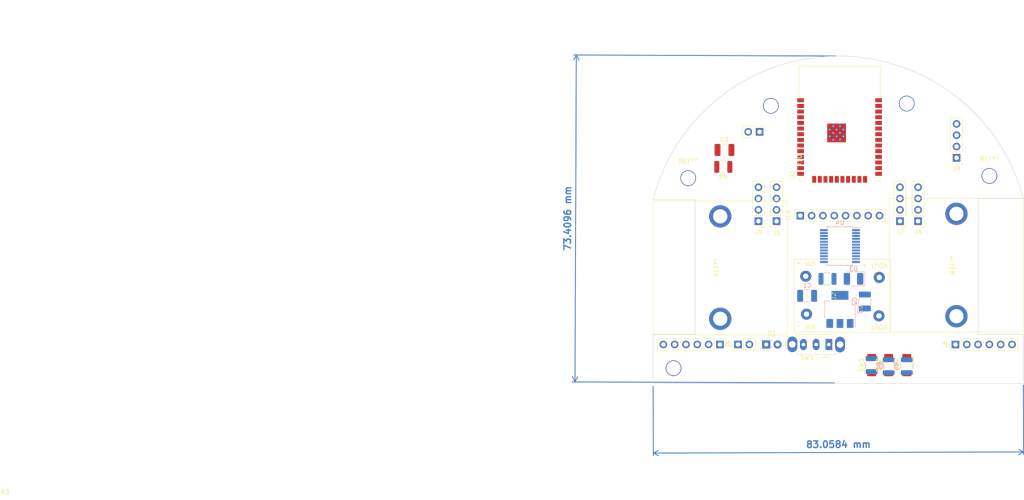
<source format=kicad_pcb>
(kicad_pcb (version 20221018) (generator pcbnew)
  (layers (0 "F.Cu" signal) (31 "B.Cu" signal) (34 "B.Paste" user) (35 "F.Paste" user) (36 "B.SilkS" user "B.Silkscreen") (37 "F.SilkS" user "F.Silkscreen") (38 "B.Mask" user) (39 "F.Mask" user) (44 "Edge.Cuts" user))
  (net 0 "")
  (net 1 "/VIn")
  (net 2 "GND")
  (net 3 "/3.3v")
  (net 4 "Net-(D1-A)")
  (net 5 "Net-(D1-K)")
  (net 6 "/BTN3")
  (net 7 "Net-(D3-A)")
  (net 9 "/SHARP_D")
  (net 11 "/SHARP_I")
  (net 13 "/SHARP_C")
  (net 15 "/CNY70")
  (net 16 "/MA1")
  (net 17 "/MA2")
  (net 18 "/AO1")
  (net 19 "/AO2")
  (net 20 "/MB1")
  (net 21 "/MB2")
  (net 22 "/BO2")
  (net 23 "/BO1")
  (net 24 "/SCL")
  (net 25 "/SDA")
  (net 26 "/BTN1")
  (net 27 "/BTN2")
  (net 29 "/RX")
  (net 30 "/TX")
  (net 38 "/P0")
  (net 41 "/PWMB")
  (net 42 "/PWMA")
  (net 44 "/Vm")
  (net 45 "/INA2")
  (net 46 "/INA1")
  (net 47 "/INB2")
  (net 48 "/INB1")
  (net 50 "/EN")
  (footprint "" (layer "F.Cu") (at 140.97 120.396)
    (fp_text reference "" (at 0 0) (layer "F.SilkS") (effects (font (size 1.27 1.27))))
    (fp_text value "" (at 0 0) (layer "F.SilkS") (effects (font (size 1.27 1.27))))
    (pad "1" thru_hole circle (at 0 0) (size 3.5 3.5) (drill 3.2) (layers "*.Cu" "*.Mask"))
  )
  (footprint "Connector_PinHeader_2.54mm:PinHeader_1x04_P2.54mm_Vertical" (layer "F.Cu") (at 195.834 87.376 180)
    (fp_text reference "J4" (at 0 -2.33) (layer "F.SilkS"))
    (fp_text value "Conn_01x04_Male")
    (fp_line (start -1.33 -1.33) (end 0 -1.33) (stroke (width 0.12)) (layer "F.SilkS"))
    (fp_line (start -1.33 0) (end -1.33 -1.33) (stroke (width 0.12)) (layer "F.SilkS"))
    (fp_line (start -1.33 1.27) (end -1.33 8.95) (stroke (width 0.12)) (layer "F.SilkS"))
    (fp_line (start -1.33 1.27) (end 1.33 1.27) (stroke (width 0.12)) (layer "F.SilkS"))
    (fp_line (start -1.33 8.95) (end 1.33 8.95) (stroke (width 0.12)) (layer "F.SilkS"))
    (fp_line (start 1.33 1.27) (end 1.33 8.95) (stroke (width 0.12)) (layer "F.SilkS"))
    (pad "1" thru_hole rect (at 0 0 180) (size 1.7 1.7) (drill 1) (layers "*.Cu" "*.Mask") (net 3 "/3.3v"))
    (pad "2" thru_hole oval (at 0 2.54 180) (size 1.7 1.7) (drill 1) (layers "*.Cu" "*.Mask"))
    (pad "3" thru_hole oval (at 0 5.08 180) (size 1.7 1.7) (drill 1) (layers "*.Cu" "*.Mask") (net 2 "GND"))
    (pad "4" thru_hole oval (at 0 7.62 180) (size 1.7 1.7) (drill 1) (layers "*.Cu" "*.Mask") (net 13 "/SHARP_C"))
  )
  (footprint "RF_Module:ESP32-WROOM-32" (layer "F.Cu") (at 178.227 68.473)
    (fp_text reference "U1" (at -10.61 8.43 90) (layer "F.SilkS"))
    (fp_text value "ESP32-WROOM-32" hide)
    (fp_line (start -9.12 -15.86) (end -9.12 -9.445) (stroke (width 0.12)) (layer "F.SilkS"))
    (fp_line (start -9.12 -15.86) (end 9.12 -15.86) (stroke (width 0.12)) (layer "F.SilkS"))
    (fp_line (start -9.12 -9.445) (end -9.5 -9.445) (stroke (width 0.12)) (layer "F.SilkS"))
    (fp_line (start -9.12 9.1) (end -9.12 9.88) (stroke (width 0.12)) (layer "F.SilkS"))
    (fp_line (start -9.12 9.88) (end -8.12 9.88) (stroke (width 0.12)) (layer "F.SilkS"))
    (fp_line (start 9.12 -15.86) (end 9.12 -9.445) (stroke (width 0.12)) (layer "F.SilkS"))
    (fp_line (start 9.12 9.1) (end 9.12 9.88) (stroke (width 0.12)) (layer "F.SilkS"))
    (fp_line (start 9.12 9.88) (end 8.12 9.88) (stroke (width 0.12)) (layer "F.SilkS"))
    (pad "1" smd rect (at -8.75 -8.25) (size 1.5 0.9) (layers "F.Cu" "F.Paste" "F.Mask") (net 2 "GND"))
    (pad "2" smd rect (at -8.75 -6.98) (size 1.5 0.9) (layers "F.Cu" "F.Paste" "F.Mask") (net 3 "/3.3v"))
    (pad "3" smd rect (at -8.75 -5.71) (size 1.5 0.9) (layers "F.Cu" "F.Paste" "F.Mask") (net 50 "/EN"))
    (pad "4" smd rect (at -8.75 -4.44) (size 1.5 0.9) (layers "F.Cu" "F.Paste" "F.Mask") (net 15 "/CNY70"))
    (pad "5" smd rect (at -8.75 -3.17) (size 1.5 0.9) (layers "F.Cu" "F.Paste" "F.Mask") (net 6 "/BTN3"))
    (pad "6" smd rect (at -8.75 -1.9) (size 1.5 0.9) (layers "F.Cu" "F.Paste" "F.Mask") (net 41 "/PWMB"))
    (pad "7" smd rect (at -8.75 -0.63) (size 1.5 0.9) (layers "F.Cu" "F.Paste" "F.Mask"))
    (pad "8" smd rect (at -8.75 0.64) (size 1.5 0.9) (layers "F.Cu" "F.Paste" "F.Mask"))
    (pad "9" smd rect (at -8.75 1.91) (size 1.5 0.9) (layers "F.Cu" "F.Paste" "F.Mask") (net 47 "/INB2"))
    (pad "10" smd rect (at -8.75 3.18) (size 1.5 0.9) (layers "F.Cu" "F.Paste" "F.Mask"))
    (pad "11" smd rect (at -8.75 4.45) (size 1.5 0.9) (layers "F.Cu" "F.Paste" "F.Mask"))
    (pad "12" smd rect (at -8.75 5.72) (size 1.5 0.9) (layers "F.Cu" "F.Paste" "F.Mask"))
    (pad "13" smd rect (at -8.75 6.99) (size 1.5 0.9) (layers "F.Cu" "F.Paste" "F.Mask"))
    (pad "14" smd rect (at -8.75 8.26) (size 1.5 0.9) (layers "F.Cu" "F.Paste" "F.Mask"))
    (pad "15" smd rect (at -5.71 9.51 90) (size 1.5 0.9) (layers "F.Cu" "F.Paste" "F.Mask") (net 2 "GND"))
    (pad "16" smd rect (at -4.44 9.51 90) (size 1.5 0.9) (layers "F.Cu" "F.Paste" "F.Mask"))
    (pad "17" smd rect (at -3.17 9.51 90) (size 1.5 0.9) (layers "F.Cu" "F.Paste" "F.Mask") (net 48 "/INB1"))
    (pad "18" smd rect (at -1.9 9.51 90) (size 1.5 0.9) (layers "F.Cu" "F.Paste" "F.Mask") (net 46 "/INA1"))
    (pad "19" smd rect (at -0.63 9.51 90) (size 1.5 0.9) (layers "F.Cu" "F.Paste" "F.Mask") (net 45 "/INA2"))
    (pad "20" smd rect (at 0.64 9.51 90) (size 1.5 0.9) (layers "F.Cu" "F.Paste" "F.Mask") (net 26 "/BTN1"))
    (pad "21" smd rect (at 1.91 9.51 90) (size 1.5 0.9) (layers "F.Cu" "F.Paste" "F.Mask") (net 42 "/PWMA"))
    (pad "22" smd rect (at 3.18 9.51 90) (size 1.5 0.9) (layers "F.Cu" "F.Paste" "F.Mask") (net 27 "/BTN2"))
    (pad "23" smd rect (at 4.45 9.51 90) (size 1.5 0.9) (layers "F.Cu" "F.Paste" "F.Mask") (net 9 "/SHARP_D"))
    (pad "24" smd rect (at 5.72 9.51 90) (size 1.5 0.9) (layers "F.Cu" "F.Paste" "F.Mask") (net 13 "/SHARP_C"))
    (pad "25" smd rect (at 8.75 8.26) (size 1.5 0.9) (layers "F.Cu" "F.Paste" "F.Mask") (net 38 "/P0"))
    (pad "26" smd rect (at 8.75 6.99) (size 1.5 0.9) (layers "F.Cu" "F.Paste" "F.Mask") (net 11 "/SHARP_I"))
    (pad "27" smd rect (at 8.75 5.72) (size 1.5 0.9) (layers "F.Cu" "F.Paste" "F.Mask"))
    (pad "28" smd rect (at 8.75 4.45) (size 1.5 0.9) (layers "F.Cu" "F.Paste" "F.Mask") (net 21 "/MB2"))
    (pad "29" smd rect (at 8.75 3.18) (size 1.5 0.9) (layers "F.Cu" "F.Paste" "F.Mask") (net 20 "/MB1"))
    (pad "30" smd rect (at 8.75 1.91) (size 1.5 0.9) (layers "F.Cu" "F.Paste" "F.Mask") (net 16 "/MA1"))
    (pad "31" smd rect (at 8.75 0.64) (size 1.5 0.9) (layers "F.Cu" "F.Paste" "F.Mask") (net 17 "/MA2"))
    (pad "32" smd rect (at 8.75 -0.63) (size 1.5 0.9) (layers "F.Cu" "F.Paste" "F.Mask"))
    (pad "33" smd rect (at 8.75 -1.9) (size 1.5 0.9) (layers "F.Cu" "F.Paste" "F.Mask") (net 25 "/SDA"))
    (pad "34" smd rect (at 8.75 -3.17) (size 1.5 0.9) (layers "F.Cu" "F.Paste" "F.Mask") (net 30 "/TX"))
    (pad "35" smd rect (at 8.75 -4.44) (size 1.5 0.9) (layers "F.Cu" "F.Paste" "F.Mask") (net 29 "/RX"))
    (pad "36" smd rect (at 8.75 -5.71) (size 1.5 0.9) (layers "F.Cu" "F.Paste" "F.Mask") (net 24 "/SCL"))
    (pad "37" smd rect (at 8.75 -6.98) (size 1.5 0.9) (layers "F.Cu" "F.Paste" "F.Mask"))
    (pad "38" smd rect (at 8.75 -8.25) (size 1.5 0.9) (layers "F.Cu" "F.Paste" "F.Mask") (net 2 "GND"))
    (pad "39" smd rect (at -2.205 -2.435) (size 1.05 1.05) (layers "F.Cu" "F.Paste") (net 2 "GND"))
    (pad "39" thru_hole circle (at -2.205 -1.6725) (size 0.6 0.6) (drill 0.2) (property pad_prop_heatsink) (layers "*.Cu" "F.Mask") (net 2 "GND"))
    (pad "39" smd rect (at -2.205 -0.91) (size 1.05 1.05) (layers "F.Cu" "F.Paste") (net 2 "GND"))
    (pad "39" thru_hole circle (at -2.205 -0.1475) (size 0.6 0.6) (drill 0.2) (property pad_prop_heatsink) (layers "*.Cu" "F.Mask") (net 2 "GND"))
    (pad "39" smd rect (at -2.205 0.615) (size 1.05 1.05) (layers "F.Cu" "F.Paste") (net 2 "GND"))
    (pad "39" thru_hole circle (at -1.4425 -2.435) (size 0.6 0.6) (drill 0.2) (property pad_prop_heatsink) (layers "*.Cu" "F.Mask") (net 2 "GND"))
    (pad "39" thru_hole circle (at -1.4425 -0.91) (size 0.6 0.6) (drill 0.2) (property pad_prop_heatsink) (layers "*.Cu" "F.Mask") (net 2 "GND"))
    (pad "39" thru_hole circle (at -1.4425 0.615) (size 0.6 0.6) (drill 0.2) (property pad_prop_heatsink) (layers "*.Cu" "F.Mask") (net 2 "GND"))
    (pad "39" smd rect (at -0.68 -2.435) (size 1.05 1.05) (layers "F.Cu" "F.Paste") (net 2 "GND"))
    (pad "39" thru_hole circle (at -0.68 -1.6725) (size 0.6 0.6) (drill 0.2) (property pad_prop_heatsink) (layers "*.Cu" "F.Mask") (net 2 "GND"))
    (pad "39" smd rect (at -0.68 -0.91) (size 1.05 1.05) (layers "F.Cu" "F.Paste") (net 2 "GND"))
    (pad "39" smd rect (at -0.68 -0.91) (size 4.2 4.2) (layers "F.Cu" "F.Mask") (net 2 "GND"))
    (pad "39" thru_hole circle (at -0.68 -0.1475) (size 0.6 0.6) (drill 0.2) (property pad_prop_heatsink) (layers "*.Cu" "F.Mask") (net 2 "GND"))
    (pad "39" smd rect (at -0.68 0.615) (size 1.05 1.05) (layers "F.Cu" "F.Paste") (net 2 "GND"))
    (pad "39" thru_hole circle (at 0.0825 -2.435) (size 0.6 0.6) (drill 0.2) (property pad_prop_heatsink) (layers "*.Cu" "F.Mask") (net 2 "GND"))
    (pad "39" thru_hole circle (at 0.0825 -0.91) (size 0.6 0.6) (drill 0.2) (property pad_prop_heatsink) (layers "*.Cu" "F.Mask") (net 2 "GND"))
    (pad "39" thru_hole circle (at 0.0825 0.615) (size 0.6 0.6) (drill 0.2) (property pad_prop_heatsink) (layers "*.Cu" "F.Mask") (net 2 "GND"))
    (pad "39" smd rect (at 0.845 -2.435) (size 1.05 1.05) (layers "F.Cu" "F.Paste") (net 2 "GND"))
    (pad "39" thru_hole circle (at 0.845 -1.6725) (size 0.6 0.6) (drill 0.2) (property pad_prop_heatsink) (layers "*.Cu" "F.Mask") (net 2 "GND"))
    (pad "39" smd rect (at 0.845 -0.91) (size 1.05 1.05) (layers "F.Cu" "F.Paste") (net 2 "GND"))
    (pad "39" thru_hole circle (at 0.845 -0.1475) (size 0.6 0.6) (drill 0.2) (property pad_prop_heatsink) (layers "*.Cu" "F.Mask") (net 2 "GND"))
    (pad "39" smd rect (at 0.845 0.615) (size 1.05 1.05) (layers "F.Cu" "F.Paste") (net 2 "GND"))
  )
  (footprint "propios:MotorHolder" (layer "F.Cu") (at 140.462 97.79 90)
    (fp_text reference "REF**" (at 0 10.16 90 unlocked) (layer "F.SilkS"))
    (fp_text value "MotorHolder")
    (fp_line (start -15.1 26.09) (end -15.1 9.96) (stroke (width 0.1)) (layer "F.SilkS"))
    (fp_line (start -15.095 -4.05) (end 14.97 -4.05) (stroke (width 0.1)) (layer "F.SilkS"))
    (fp_line (start -15.095 11.05) (end -15.095 -4.05) (stroke (width 0.1)) (layer "F.SilkS"))
    (fp_line (start 14.97 -4.05) (end 14.97 11.05) (stroke (width 0.1)) (layer "F.SilkS"))
    (fp_line (start 14.97 11.05) (end 14.97 26.09) (stroke (width 0.1)) (layer "F.SilkS"))
    (fp_line (start 14.97 26.09) (end -15.1 26.09) (stroke (width 0.1)) (layer "F.SilkS"))
    (pad "1" thru_hole circle (at -11.5 10.99 90) (size 5 5) (drill 3.2) (layers "*.Cu" "*.Mask"))
    (pad "2" thru_hole circle (at 11.5 10.99 90) (size 5 5) (drill 3.2) (layers "*.Cu" "*.Mask"))
  )
  (footprint "" (layer "F.Cu") (at 162.814 61.468)
    (fp_text reference "" (at 0 0) (layer "F.SilkS") (effects (font (size 1.27 1.27))))
    (fp_text value "" (at 0 0) (layer "F.SilkS") (effects (font (size 1.27 1.27))))
    (pad "1" thru_hole circle (at 0 0) (size 3.5 3.5) (drill 3.2) (layers "*.Cu" "*.Mask"))
  )
  (footprint "Connector_PinHeader_2.54mm:PinHeader_1x06_P2.54mm_Vertical" (layer "F.Cu") (at 151.384 115.062 -90)
    (fp_text reference "J7" (at 0 -2.33 90) (layer "F.SilkS"))
    (fp_text value "Conn_01x06_Female" hide)
    (fp_line (start -1.33 -1.33) (end 0 -1.33) (stroke (width 0.12)) (layer "F.SilkS"))
    (fp_line (start -1.33 0) (end -1.33 -1.33) (stroke (width 0.12)) (layer "F.SilkS"))
    (fp_line (start -1.33 1.27) (end -1.33 14.03) (stroke (width 0.12)) (layer "F.SilkS"))
    (fp_line (start -1.33 1.27) (end 1.33 1.27) (stroke (width 0.12)) (layer "F.SilkS"))
    (fp_line (start -1.33 14.03) (end 1.33 14.03) (stroke (width 0.12)) (layer "F.SilkS"))
    (fp_line (start 1.33 1.27) (end 1.33 14.03) (stroke (width 0.12)) (layer "F.SilkS"))
    (pad "1" thru_hole rect (at 0 0 270) (size 1.7 1.7) (drill 1) (layers "*.Cu" "*.Mask") (net 2 "GND"))
    (pad "2" thru_hole oval (at 0 2.54 270) (size 1.7 1.7) (drill 1) (layers "*.Cu" "*.Mask") (net 20 "/MB1"))
    (pad "3" thru_hole oval (at 0 5.08 270) (size 1.7 1.7) (drill 1) (layers "*.Cu" "*.Mask") (net 21 "/MB2"))
    (pad "4" thru_hole oval (at 0 7.62 270) (size 1.7 1.7) (drill 1) (layers "*.Cu" "*.Mask") (net 3 "/3.3v"))
    (pad "5" thru_hole oval (at 0 10.16 270) (size 1.7 1.7) (drill 1) (layers "*.Cu" "*.Mask") (net 22 "/BO2"))
    (pad "6" thru_hole oval (at 0 12.7 270) (size 1.7 1.7) (drill 1) (layers "*.Cu" "*.Mask") (net 23 "/BO1"))
  )
  (footprint "MountingHole:MountingHole_3.2mm_M3_DIN965_Pad" (layer "F.Cu") (at 211.836 77.216)
    (fp_text reference "REF**" (at 0 -3.8) (layer "F.SilkS"))
    (fp_text value "MountingHole_3.2mm_M3_DIN965_Pad")
    (pad "1" thru_hole circle (at 0 0) (size 3.5 3.5) (drill 3.2) (layers "*.Cu" "*.Mask"))
  )
  (footprint "MountingHole:MountingHole_3.2mm_M3_DIN965_Pad" (layer "F.Cu") (at 144.272 77.724)
    (fp_text reference "REF**" (at 0 -3.8) (layer "F.SilkS"))
    (fp_text value "MountingHole_3.2mm_M3_DIN965_Pad")
    (pad "1" thru_hole circle (at 0 0) (size 3.5 3.5) (drill 3.2) (layers "*.Cu" "*.Mask"))
  )
  (footprint "Connector_PinHeader_2.54mm:PinHeader_1x04_P2.54mm_Vertical" (layer "F.Cu") (at 160.02 87.376 180)
    (fp_text reference "J5" (at 0 -2.33) (layer "F.SilkS"))
    (fp_text value "Conn_01x04_Male")
    (fp_line (start -1.33 -1.33) (end 0 -1.33) (stroke (width 0.12)) (layer "F.SilkS"))
    (fp_line (start -1.33 0) (end -1.33 -1.33) (stroke (width 0.12)) (layer "F.SilkS"))
    (fp_line (start -1.33 1.27) (end -1.33 8.95) (stroke (width 0.12)) (layer "F.SilkS"))
    (fp_line (start -1.33 1.27) (end 1.33 1.27) (stroke (width 0.12)) (layer "F.SilkS"))
    (fp_line (start -1.33 8.95) (end 1.33 8.95) (stroke (width 0.12)) (layer "F.SilkS"))
    (fp_line (start 1.33 1.27) (end 1.33 8.95) (stroke (width 0.12)) (layer "F.SilkS"))
    (pad "1" thru_hole rect (at 0 0 180) (size 1.7 1.7) (drill 1) (layers "*.Cu" "*.Mask") (net 3 "/3.3v"))
    (pad "2" thru_hole oval (at 0 2.54 180) (size 1.7 1.7) (drill 1) (layers "*.Cu" "*.Mask"))
    (pad "3" thru_hole oval (at 0 5.08 180) (size 1.7 1.7) (drill 1) (layers "*.Cu" "*.Mask") (net 2 "GND"))
    (pad "4" thru_hole oval (at 0 7.62 180) (size 1.7 1.7) (drill 1) (layers "*.Cu" "*.Mask") (net 15 "/CNY70"))
  )
  (footprint "Button_Switch_THT:SW_Slide_1P2T_CK_OS102011MS2Q" (layer "F.Cu") (at 174.974 115.062 180)
    (fp_text reference "SW1" (at 3.99 -2.99) (layer "F.SilkS"))
    (fp_text value "SW_DPDT_x2" hide)
    (fp_line (start -2.41 -2.26) (end 6.41 -2.26) (stroke (width 0.12)) (layer "F.SilkS"))
    (fp_line (start -2.41 -1.95) (end -2.41 -2.26) (stroke (width 0.12)) (layer "F.SilkS"))
    (fp_line (start -2.41 2.26) (end -2.41 1.95) (stroke (width 0.12)) (layer "F.SilkS"))
    (fp_line (start -0.5 -2.96) (end 0 -2.46) (stroke (width 0.12)) (layer "F.SilkS"))
    (fp_line (start 0 -2.46) (end 0.5 -2.96) (stroke (width 0.12)) (layer "F.SilkS"))
    (fp_line (start 0.5 -2.96) (end -0.5 -2.96) (stroke (width 0.12)) (layer "F.SilkS"))
    (fp_line (start 6.41 -2.26) (end 6.41 -1.95) (stroke (width 0.12)) (layer "F.SilkS"))
    (fp_line (start 6.41 2.26) (end -2.41 2.26) (stroke (width 0.12)) (layer "F.SilkS"))
    (fp_line (start 6.41 2.26) (end 6.41 1.95) (stroke (width 0.12)) (layer "F.SilkS"))
    (pad "" thru_hole oval (at -3.35 -0.02 180) (size 2.2 3.5) (drill 1.5) (layers "*.Cu" "*.Mask"))
    (pad "" thru_hole oval (at 7.35 0.03 180) (size 2.2 3.5) (drill 1.5) (layers "*.Cu" "*.Mask"))
    (pad "1" thru_hole rect (at -0.84 -0.02 180) (size 1.5 2.5) (drill 0.8) (layers "*.Cu" "*.Mask") (net 1 "/VIn"))
    (pad "2" thru_hole oval (at 2 0 180) (size 1.5 2.5) (drill 0.8) (layers "*.Cu" "*.Mask") (net 5 "Net-(D1-K)"))
    (pad "3" thru_hole oval (at 4.86 -0.02 180) (size 1.5 2.5) (drill 0.8) (layers "*.Cu" "*.Mask"))
  )
  (footprint "propios:Sx1308" (layer "F.Cu") (at 177.4055 104.341 90)
    (fp_text reference "U2" (at 0 -0.5 90 unlocked) (layer "F.SilkS") (effects (font (thickness 0.1))))
    (fp_text value "Mt3608")
    (fp_text user "VIN +" (at 7.452 -6.81 180 unlocked) (layer "F.SilkS"))
    (fp_text user "VOUT +" (at 6.972 8.7 180 unlocked) (layer "F.SilkS"))
    (fp_text user "VIN -" (at -6.708 -6.81 180 unlocked) (layer "F.SilkS"))
    (fp_text user "VOUT -" (at -6.838 8.63 180 unlocked) (layer "F.SilkS"))
    (fp_rect (start -7.99 -9.41) (end 8.392 12.231) (stroke (width 0.12)) (fill none) (layer "F.SilkS"))
    (pad "1" thru_hole circle (at 4.602 -6.77 90) (size 2.5 2.5) (drill 1.2) (layers "*.Cu" "*.Mask") (net 1 "/VIn"))
    (pad "2" thru_hole circle (at 4.342 9.72 90) (size 2.5 2.5) (drill 1.2) (layers "*.Cu" "*.Mask") (net 44 "/Vm"))
    (pad "3" thru_hole circle (at -3.918 -6.59 90) (size 2.5 2.5) (drill 1.2) (layers "*.Cu" "*.Mask") (net 2 "GND"))
    (pad "4" thru_hole circle (at -4.298 9.65 90) (size 2.5 2.5) (drill 1.2) (layers "*.Cu" "*.Mask") (net 2 "GND"))
  )
  (footprint "Capacitor_SMD:C_1210_3225Metric_Pad1.33x2.70mm_HandSolder" (layer "F.Cu") (at 152.4 71.374)
    (fp_text reference "C3" (at 0 -2.3) (layer "F.SilkS"))
    (fp_text value "1uf")
    (fp_line (start -0.711252 -1.36) (end 0.711252 -1.36) (stroke (width 0.12)) (layer "F.SilkS"))
    (fp_line (start -0.711252 1.36) (end 0.711252 1.36) (stroke (width 0.12)) (layer "F.SilkS"))
    (pad "1" smd roundrect (at -1.5625 0) (size 1.325 2.7) (layers "F.Cu" "F.Paste" "F.Mask") (roundrect_rratio 0.188679) (net 50 "/EN"))
    (pad "2" smd roundrect (at 1.5625 0) (size 1.325 2.7) (layers "F.Cu" "F.Paste" "F.Mask") (roundrect_rratio 0.188679) (net 2 "GND"))
  )
  (footprint "Button_Switch_SMD:SW_Push_SPST_NO_Alps_SKRK" (layer "F.Cu") (at 185.42 119.6955 90)
    (fp_text reference "SW3" (at 0 -2.25 90) (layer "F.SilkS"))
    (fp_text value "SW_Push")
    (fp_line (start -2.07 -1.57) (end 2.07 -1.57) (stroke (width 0.12)) (layer "F.SilkS"))
    (fp_line (start -2.07 -1.27) (end -2.07 -1.57) (stroke (width 0.12)) (layer "F.SilkS"))
    (fp_line (start -2.07 1.57) (end -2.07 1.27) (stroke (width 0.12)) (layer "F.SilkS"))
    (fp_line (start 2.07 -1.57) (end 2.07 -1.27) (stroke (width 0.12)) (layer "F.SilkS"))
    (fp_line (start 2.07 1.27) (end 2.07 1.57) (stroke (width 0.12)) (layer "F.SilkS"))
    (fp_line (start 2.07 1.57) (end -2.07 1.57) (stroke (width 0.12)) (layer "F.SilkS"))
    (pad "1" smd roundrect (at -2.1 0 90) (size 0.8 2) (layers "F.Cu" "F.Paste" "F.Mask") (net 2 "GND"))
    (pad "2" smd roundrect (at 2.1 0 90) (size 0.8 2) (layers "F.Cu" "F.Paste" "F.Mask") (net 27 "/BTN2"))
  )
  (footprint "Button_Switch_SMD:SW_Push_SPST_NO_Alps_SKRK" (layer "F.Cu") (at 189.23 119.6955 90)
    (fp_text reference "SW2" (at 0 -2.25 90) (layer "F.SilkS"))
    (fp_text value "SW_Push")
    (fp_line (start -2.07 -1.57) (end 2.07 -1.57) (stroke (width 0.12)) (layer "F.SilkS"))
    (fp_line (start -2.07 -1.27) (end -2.07 -1.57) (stroke (width 0.12)) (layer "F.SilkS"))
    (fp_line (start -2.07 1.57) (end -2.07 1.27) (stroke (width 0.12)) (layer "F.SilkS"))
    (fp_line (start 2.07 -1.57) (end 2.07 -1.27) (stroke (width 0.12)) (layer "F.SilkS"))
    (fp_line (start 2.07 1.27) (end 2.07 1.57) (stroke (width 0.12)) (layer "F.SilkS"))
    (fp_line (start 2.07 1.57) (end -2.07 1.57) (stroke (width 0.12)) (layer "F.SilkS"))
    (pad "1" smd roundrect (at -2.1 0 90) (size 0.8 2) (layers "F.Cu" "F.Paste" "F.Mask") (net 2 "GND"))
    (pad "2" smd roundrect (at 2.1 0 90) (size 0.8 2) (layers "F.Cu" "F.Paste" "F.Mask") (net 26 "/BTN1"))
  )
  (footprint "Connector_PinHeader_2.54mm:PinHeader_1x02_P2.54mm_Vertical" (layer "F.Cu") (at 155.443 115.062 90)
    (fp_text reference "J1" (at 0 -2.33 90) (layer "F.SilkS"))
    (fp_text value "Conn_01x02_Male")
    (fp_line (start -1.33 -1.33) (end 0 -1.33) (stroke (width 0.12)) (layer "F.SilkS"))
    (fp_line (start -1.33 0) (end -1.33 -1.33) (stroke (width 0.12)) (layer "F.SilkS"))
    (fp_line (start -1.33 1.27) (end -1.33 3.87) (stroke (width 0.12)) (layer "F.SilkS"))
    (fp_line (start -1.33 1.27) (end 1.33 1.27) (stroke (width 0.12)) (layer "F.SilkS"))
    (fp_line (start -1.33 3.87) (end 1.33 3.87) (stroke (width 0.12)) (layer "F.SilkS"))
    (fp_line (start 1.33 1.27) (end 1.33 3.87) (stroke (width 0.12)) (layer "F.SilkS"))
    (pad "1" thru_hole rect (at 0 0 90) (size 1.7 1.7) (drill 1) (layers "*.Cu" "*.Mask") (net 2 "GND"))
    (pad "2" thru_hole oval (at 0 2.54 90) (size 1.7 1.7) (drill 1) (layers "*.Cu" "*.Mask") (net 4 "Net-(D1-A)"))
  )
  (footprint "Connector_PinHeader_2.54mm:PinHeader_1x06_P2.54mm_Vertical" (layer "F.Cu") (at 204.216 115.062 90)
    (fp_text reference "J6" (at 0 -2.33 90) (layer "F.SilkS"))
    (fp_text value "Conn_01x06_Female")
    (fp_line (start -1.33 -1.33) (end 0 -1.33) (stroke (width 0.12)) (layer "F.SilkS"))
    (fp_line (start -1.33 0) (end -1.33 -1.33) (stroke (width 0.12)) (layer "F.SilkS"))
    (fp_line (start -1.33 1.27) (end -1.33 14.03) (stroke (width 0.12)) (layer "F.SilkS"))
    (fp_line (start -1.33 1.27) (end 1.33 1.27) (stroke (width 0.12)) (layer "F.SilkS"))
    (fp_line (start -1.33 14.03) (end 1.33 14.03) (stroke (width 0.12)) (layer "F.SilkS"))
    (fp_line (start 1.33 1.27) (end 1.33 14.03) (stroke (width 0.12)) (layer "F.SilkS"))
    (pad "1" thru_hole rect (at 0 0 90) (size 1.7 1.7) (drill 1) (layers "*.Cu" "*.Mask") (net 2 "GND"))
    (pad "2" thru_hole oval (at 0 2.54 90) (size 1.7 1.7) (drill 1) (layers "*.Cu" "*.Mask") (net 16 "/MA1"))
    (pad "3" thru_hole oval (at 0 5.08 90) (size 1.7 1.7) (drill 1) (layers "*.Cu" "*.Mask") (net 17 "/MA2"))
    (pad "4" thru_hole oval (at 0 7.62 90) (size 1.7 1.7) (drill 1) (layers "*.Cu" "*.Mask") (net 3 "/3.3v"))
    (pad "5" thru_hole oval (at 0 10.16 90) (size 1.7 1.7) (drill 1) (layers "*.Cu" "*.Mask") (net 18 "/AO1"))
    (pad "6" thru_hole oval (at 0 12.7 90) (size 1.7 1.7) (drill 1) (layers "*.Cu" "*.Mask") (net 19 "/AO2"))
  )
  (footprint "" (layer "F.Cu") (at 193.294 60.96)
    (fp_text reference "" (at 0 0) (layer "F.SilkS") (effects (font (size 1.27 1.27))))
    (fp_text value "" (at 0 0) (layer "F.SilkS") (effects (font (size 1.27 1.27))))
    (pad "1" thru_hole circle (at 0 0) (size 3.5 3.5) (drill 3.2) (layers "*.Cu" "*.Mask"))
  )
  (footprint "Connector_PinSocket_2.54mm:PinSocket_1x08_P2.54mm_Vertical" (layer "F.Cu") (at 169.408 86.131 90)
    (fp_text reference "J11" (at 0 -2.77 90) (layer "F.SilkS"))
    (fp_text value "Conn_01x08_Socket")
    (fp_line (start -1.33 1.27) (end -1.33 19.11) (stroke (width 0.12)) (layer "F.SilkS"))
    (fp_line (start -1.33 1.27) (end 1.33 1.27) (stroke (width 0.12)) (layer "F.SilkS"))
    (fp_line (start -1.33 19.11) (end 1.33 19.11) (stroke (width 0.12)) (layer "F.SilkS"))
    (fp_line (start 0 -1.33) (end 1.33 -1.33) (stroke (width 0.12)) (layer "F.SilkS"))
    (fp_line (start 1.33 -1.33) (end 1.33 0) (stroke (width 0.12)) (layer "F.SilkS"))
    (fp_line (start 1.33 1.27) (end 1.33 19.11) (stroke (width 0.12)) (layer "F.SilkS"))
    (pad "1" thru_hole rect (at 0 0 90) (size 1.7 1.7) (drill 1) (layers "*.Cu" "*.Mask") (net 3 "/3.3v"))
    (pad "2" thru_hole oval (at 0 2.54 90) (size 1.7 1.7) (drill 1) (layers "*.Cu" "*.Mask") (net 2 "GND"))
    (pad "3" thru_hole oval (at 0 5.08 90) (size 1.7 1.7) (drill 1) (layers "*.Cu" "*.Mask") (net 24 "/SCL"))
    (pad "4" thru_hole oval (at 0 7.62 90) (size 1.7 1.7) (drill 1) (layers "*.Cu" "*.Mask") (net 25 "/SDA"))
    (pad "5" thru_hole oval (at 0 10.16 90) (size 1.7 1.7) (drill 1) (layers "*.Cu" "*.Mask"))
    (pad "6" thru_hole oval (at 0 12.7 90) (size 1.7 1.7) (drill 1) (layers "*.Cu" "*.Mask"))
    (pad "7" thru_hole oval (at 0 15.24 90) (size 1.7 1.7) (drill 1) (layers "*.Cu" "*.Mask"))
    (pad "8" thru_hole oval (at 0 17.78 90) (size 1.7 1.7) (drill 1) (layers "*.Cu" "*.Mask"))
  )
  (footprint "Diode_THT:D_A-405_P2.54mm_Vertical_AnodeUp" (layer "F.Cu") (at 161.769 115.062)
    (fp_text reference "D1" (at 1.27 -2.47) (layer "F.SilkS"))
    (fp_text value "type=\"D\" model=\"DIODE\" lib=\"\"")
    (fp_text user "A" (at 4.44 0) (layer "F.SilkS"))
    (fp_arc (start 1.05385 0.968866) (mid -1.430816 -0.045469) (end 1.113239 -0.9) (stroke (width 0.12)) (layer "F.SilkS"))
    (pad "1" thru_hole rect (at 0 0) (size 1.8 1.8) (drill 0.9) (layers "*.Cu" "*.Mask") (net 4 "Net-(D1-A)"))
    (pad "2" thru_hole oval (at 2.54 0) (size 1.8 1.8) (drill 0.9) (layers "*.Cu" "*.Mask") (net 5 "Net-(D1-K)"))
  )
  (footprint "propios:MotorHolder" (layer "F.Cu") (at 193.45 97.217 90)
    (fp_text reference "REF**" (at 0 10.16 90 unlocked) (layer "F.SilkS"))
    (fp_text value "MotorHolder")
    (fp_line (start -15.1 26.09) (end -15.1 9.96) (stroke (width 0.1)) (layer "F.SilkS"))
    (fp_line (start -15.095 -4.05) (end 14.97 -4.05) (stroke (width 0.1)) (layer "F.SilkS"))
    (fp_line (start -15.095 11.05) (end -15.095 -4.05) (stroke (width 0.1)) (layer "F.SilkS"))
    (fp_line (start 14.97 -4.05) (end 14.97 11.05) (stroke (width 0.1)) (layer "F.SilkS"))
    (fp_line (start 14.97 11.05) (end 14.97 26.09) (stroke (width 0.1)) (layer "F.SilkS"))
    (fp_line (start 14.97 26.09) (end -15.1 26.09) (stroke (width 0.1)) (layer "F.SilkS"))
    (pad "1" thru_hole circle (at -11.5 10.99 90) (size 5 5) (drill 3.2) (layers "*.Cu" "*.Mask"))
    (pad "2" thru_hole circle (at 11.5 10.99 90) (size 5 5) (drill 3.2) (layers "*.Cu" "*.Mask"))
  )
  (footprint "Button_Switch_SMD:SW_Push_SPST_NO_Alps_SKRK" (layer "F.Cu") (at 193.294 119.6955 90)
    (fp_text reference "SW4" (at 0 -2.25 90) (layer "F.SilkS"))
    (fp_text value "SW_Push")
    (fp_line (start -2.07 -1.57) (end 2.07 -1.57) (stroke (width 0.12)) (layer "F.SilkS"))
    (fp_line (start -2.07 -1.27) (end -2.07 -1.57) (stroke (width 0.12)) (layer "F.SilkS"))
    (fp_line (start -2.07 1.57) (end -2.07 1.27) (stroke (width 0.12)) (layer "F.SilkS"))
    (fp_line (start 2.07 -1.57) (end 2.07 -1.27) (stroke (width 0.12)) (layer "F.SilkS"))
    (fp_line (start 2.07 1.27) (end 2.07 1.57) (stroke (width 0.12)) (layer "F.SilkS"))
    (fp_line (start 2.07 1.57) (end -2.07 1.57) (stroke (width 0.12)) (layer "F.SilkS"))
    (pad "1" smd roundrect (at -2.1 0 90) (size 0.8 2) (layers "F.Cu" "F.Paste" "F.Mask") (net 2 "GND"))
    (pad "2" smd roundrect (at 2.1 0 90) (size 0.8 2) (layers "F.Cu" "F.Paste" "F.Mask") (net 6 "/BTN3"))
  )
  (footprint "Connector_PinHeader_2.54mm:PinHeader_1x02_P2.54mm_Vertical" (layer "F.Cu") (at 160.279 67.31 -90)
    (fp_text reference "J10" (at 6.3885 -8.959 90) (layer "F.SilkS"))
    (fp_text value "Conn_01x02_Pin")
    (fp_line (start -1.33 -1.33) (end 0 -1.33) (stroke (width 0.12)) (layer "F.SilkS"))
    (fp_line (start -1.33 0) (end -1.33 -1.33) (stroke (width 0.12)) (layer "F.SilkS"))
    (fp_line (start -1.33 1.27) (end -1.33 3.87) (stroke (width 0.12)) (layer "F.SilkS"))
    (fp_line (start -1.33 1.27) (end 1.33 1.27) (stroke (width 0.12)) (layer "F.SilkS"))
    (fp_line (start -1.33 3.87) (end 1.33 3.87) (stroke (width 0.12)) (layer "F.SilkS"))
    (fp_line (start 1.33 1.27) (end 1.33 3.87) (stroke (width 0.12)) (layer "F.SilkS"))
    (pad "1" thru_hole rect (at 0 0 270) (size 1.7 1.7) (drill 1) (layers "*.Cu" "*.Mask") (net 2 "GND"))
    (pad "2" thru_hole oval (at 0 2.54 270) (size 1.7 1.7) (drill 1) (layers "*.Cu" "*.Mask") (net 38 "/P0"))
  )
  (footprint "Connector_PinHeader_2.54mm:PinHeader_1x04_P2.54mm_Vertical" (layer "F.Cu") (at 204.47 73.152 180)
    (fp_text reference "J9" (at 0 -2.33) (layer "F.SilkS"))
    (fp_text value "Conn_01x04_Pin")
    (fp_line (start -1.33 -1.33) (end 0 -1.33) (stroke (width 0.12)) (layer "F.SilkS"))
    (fp_line (start -1.33 0) (end -1.33 -1.33) (stroke (width 0.12)) (layer "F.SilkS"))
    (fp_line (start -1.33 1.27) (end -1.33 8.95) (stroke (width 0.12)) (layer "F.SilkS"))
    (fp_line (start -1.33 1.27) (end 1.33 1.27) (stroke (width 0.12)) (layer "F.SilkS"))
    (fp_line (start -1.33 8.95) (end 1.33 8.95) (stroke (width 0.12)) (layer "F.SilkS"))
    (fp_line (start 1.33 1.27) (end 1.33 8.95) (stroke (width 0.12)) (layer "F.SilkS"))
    (pad "1" thru_hole rect (at 0 0 180) (size 1.7 1.7) (drill 1) (layers "*.Cu" "*.Mask") (net 3 "/3.3v"))
    (pad "2" thru_hole oval (at 0 2.54 180) (size 1.7 1.7) (drill 1) (layers "*.Cu" "*.Mask") (net 29 "/RX"))
    (pad "3" thru_hole oval (at 0 5.08 180) (size 1.7 1.7) (drill 1) (layers "*.Cu" "*.Mask") (net 30 "/TX"))
    (pad "4" thru_hole oval (at 0 7.62 180) (size 1.7 1.7) (drill 1) (layers "*.Cu" "*.Mask") (net 2 "GND"))
  )
  (footprint "Connector_PinSocket_2.54mm:PinSocket_1x04_P2.54mm_Vertical" (layer "F.Cu") (at 164.084 87.376 180)
    (fp_text reference "J3" (at 0 -2.77 180) (layer "F.SilkS"))
    (fp_text value "Conn_01x04_Male")
    (fp_line (start -1.33 1.27) (end -1.33 8.95) (stroke (width 0.12)) (layer "F.SilkS"))
    (fp_line (start -1.33 1.27) (end 1.33 1.27) (stroke (width 0.12)) (layer "F.SilkS"))
    (fp_line (start -1.33 8.95) (end 1.33 8.95) (stroke (width 0.12)) (layer "F.SilkS"))
    (fp_line (start 0 -1.33) (end 1.33 -1.33) (stroke (width 0.12)) (layer "F.SilkS"))
    (fp_line (start 1.33 -1.33) (end 1.33 0) (stroke (width 0.12)) (layer "F.SilkS"))
    (fp_line (start 1.33 1.27) (end 1.33 8.95) (stroke (width 0.12)) (layer "F.SilkS"))
    (pad "1" thru_hole rect (at 0 0 180) (size 1.7 1.7) (drill 1) (layers "*.Cu" "*.Mask") (net 3 "/3.3v"))
    (pad "2" thru_hole oval (at 0 2.54 180) (size 1.7 1.7) (drill 1) (layers "*.Cu" "*.Mask"))
    (pad "3" thru_hole oval (at 0 5.08 180) (size 1.7 1.7) (drill 1) (layers "*.Cu" "*.Mask") (net 2 "GND"))
    (pad "4" thru_hole oval (at 0 7.62 180) (size 1.7 1.7) (drill 1) (layers "*.Cu" "*.Mask") (net 11 "/SHARP_I"))
  )
  (footprint "Resistor_SMD:R_1210_3225Metric" (layer "F.Cu") (at 152.146 75.184 180)
    (fp_text reference "R5" (at 0 -2.28) (layer "F.SilkS"))
    (fp_text value "10k")
    (fp_line (start -0.723737 -1.355) (end 0.723737 -1.355) (stroke (width 0.12)) (layer "F.SilkS"))
    (fp_line (start -0.723737 1.355) (end 0.723737 1.355) (stroke (width 0.12)) (layer "F.SilkS"))
    (pad "1" smd roundrect (at -1.4625 0 180) (size 1.125 2.65) (layers "F.Cu" "F.Paste" "F.Mask") (roundrect_rratio 0.222222) (net 3 "/3.3v"))
    (pad "2" smd roundrect (at 1.4625 0 180) (size 1.125 2.65) (layers "F.Cu" "F.Paste" "F.Mask") (roundrect_rratio 0.222222) (net 50 "/EN"))
  )
  (footprint "Connector_PinHeader_2.54mm:PinHeader_1x04_P2.54mm_Vertical" (layer "F.Cu") (at 191.77 87.376 180)
    (fp_text reference "J2" (at 0 -2.33) (layer "F.SilkS"))
    (fp_text value "Conn_01x04_Male")
    (fp_line (start -1.33 -1.33) (end 0 -1.33) (stroke (width 0.12)) (layer "F.SilkS"))
    (fp_line (start -1.33 0) (end -1.33 -1.33) (stroke (width 0.12)) (layer "F.SilkS"))
    (fp_line (start -1.33 1.27) (end -1.33 8.95) (stroke (width 0.12)) (layer "F.SilkS"))
    (fp_line (start -1.33 1.27) (end 1.33 1.27) (stroke (width 0.12)) (layer "F.SilkS"))
    (fp_line (start -1.33 8.95) (end 1.33 8.95) (stroke (width 0.12)) (layer "F.SilkS"))
    (fp_line (start 1.33 1.27) (end 1.33 8.95) (stroke (width 0.12)) (layer "F.SilkS"))
    (pad "1" thru_hole rect (at 0 0 180) (size 1.7 1.7) (drill 1) (layers "*.Cu" "*.Mask") (net 3 "/3.3v"))
    (pad "2" thru_hole oval (at 0 2.54 180) (size 1.7 1.7) (drill 1) (layers "*.Cu" "*.Mask"))
    (pad "3" thru_hole oval (at 0 5.08 180) (size 1.7 1.7) (drill 1) (layers "*.Cu" "*.Mask") (net 2 "GND"))
    (pad "4" thru_hole oval (at 0 7.62 180) (size 1.7 1.7) (drill 1) (layers "*.Cu" "*.Mask") (net 9 "/SHARP_D"))
  )
  (footprint "Resistor_SMD:R_1210_3225Metric" (layer "B.Cu") (at 175.514 100.33 180)
    (fp_text reference "R3" (at 184.5345 -47.834) (layer "F.SilkS"))
    (fp_text value "R")
    (fp_line (start -0.723737 -1.355) (end 0.723737 -1.355) (stroke (width 0.12)) (layer "B.SilkS"))
    (fp_line (start -0.723737 1.355) (end 0.723737 1.355) (stroke (width 0.12)) (layer "B.SilkS"))
    (pad "1" smd roundrect (at -1.4625 0 180) (size 1.125 2.65) (layers "B.Cu" "B.Paste" "B.Mask") (roundrect_rratio 0.222222) (net 7 "Net-(D3-A)"))
    (pad "2" smd roundrect (at 1.4625 0 180) (size 1.125 2.65) (layers "B.Cu" "B.Paste" "B.Mask") (roundrect_rratio 0.222222) (net 1 "/VIn"))
  )
  (footprint "Resistor_SMD:R_1210_3225Metric" (layer "B.Cu") (at 189.23 119.9495 -90)
    (fp_text reference "R1" (at 0 2.28 90) (layer "B.SilkS") (effects (justify mirror)))
    (fp_text value "R")
    (fp_line (start -0.723737 -1.355) (end 0.723737 -1.355) (stroke (width 0.12)) (layer "B.SilkS"))
    (fp_line (start -0.723737 1.355) (end 0.723737 1.355) (stroke (width 0.12)) (layer "B.SilkS"))
    (pad "1" smd roundrect (at -1.4625 0 270) (size 1.125 2.65) (layers "B.Cu" "B.Paste" "B.Mask") (roundrect_rratio 0.222222) (net 26 "/BTN1"))
    (pad "2" smd roundrect (at 1.4625 0 270) (size 1.125 2.65) (layers "B.Cu" "B.Paste" "B.Mask") (roundrect_rratio 0.222222) (net 3 "/3.3v"))
  )
  (footprint "Capacitor_SMD:C_1210_3225Metric_Pad1.33x2.70mm_HandSolder" (layer "B.Cu") (at 170.942 104.14 180)
    (fp_text reference "C1" (at 0 2.3) (layer "B.SilkS") (effects (justify mirror)))
    (fp_text value "C_Polarized")
    (fp_line (start -0.711252 -1.36) (end 0.711252 -1.36) (stroke (width 0.12)) (layer "B.SilkS"))
    (fp_line (start -0.711252 1.36) (end 0.711252 1.36) (stroke (width 0.12)) (layer "B.SilkS"))
    (pad "1" smd roundrect (at -1.5625 0 180) (size 1.325 2.7) (layers "B.Cu" "B.Paste" "B.Mask") (roundrect_rratio 0.188679) (net 1 "/VIn"))
    (pad "2" smd roundrect (at 1.5625 0 180) (size 1.325 2.7) (layers "B.Cu" "B.Paste" "B.Mask") (roundrect_rratio 0.188679) (net 2 "GND"))
  )
  (footprint "LED_SMD:LED_1210_3225Metric_Pad1.42x2.65mm_HandSolder" (layer "B.Cu") (at 181.356 100.33 180)
    (fp_text reference "D3" (at 0 2.28) (layer "B.SilkS") (effects (justify mirror)))
    (fp_text value "LED")
    (fp_line (start -2.46 -1.585) (end 1.6 -1.585) (stroke (width 0.12)) (layer "B.SilkS"))
    (fp_line (start -2.46 1.585) (end -2.46 -1.585) (stroke (width 0.12)) (layer "B.SilkS"))
    (fp_line (start 1.6 1.585) (end -2.46 1.585) (stroke (width 0.12)) (layer "B.SilkS"))
    (pad "1" smd roundrect (at -1.4875 0 180) (size 1.425 2.65) (layers "B.Cu" "B.Paste" "B.Mask") (roundrect_rratio 0.175439) (net 2 "GND"))
    (pad "2" smd roundrect (at 1.4875 0 180) (size 1.425 2.65) (layers "B.Cu" "B.Paste" "B.Mask") (roundrect_rratio 0.175439) (net 7 "Net-(D3-A)"))
  )
  (footprint "Package_TO_SOT_SMD:SOT-223-3_TabPin2" (layer "B.Cu") (at 178.308 107.188 90)
    (fp_text reference "U3" (at 0 4.5 90) (layer "B.SilkS") (effects (justify mirror)))
    (fp_text value "AMS1117-3.3")
    (fp_line (start -4.1 3.41) (end 1.91 3.41) (stroke (width 0.12)) (layer "B.SilkS"))
    (fp_line (start -1.85 -3.41) (end 1.91 -3.41) (stroke (width 0.12)) (layer "B.SilkS"))
    (fp_line (start 1.91 -3.41) (end 1.91 -2.15) (stroke (width 0.12)) (layer "B.SilkS"))
    (fp_line (start 1.91 3.41) (end 1.91 2.15) (stroke (width 0.12)) (layer "B.SilkS"))
    (pad "1" smd rect (at -3.15 2.3 90) (size 2 1.5) (layers "B.Cu" "B.Paste" "B.Mask") (net 2 "GND"))
    (pad "2" smd rect (at -3.15 0 90) (size 2 1.5) (layers "B.Cu" "B.Paste" "B.Mask") (net 3 "/3.3v"))
    (pad "2" smd rect (at 3.15 0 90) (size 2 3.8) (layers "B.Cu" "B.Paste" "B.Mask") (net 3 "/3.3v"))
    (pad "3" smd rect (at -3.15 -2.3 90) (size 2 1.5) (layers "B.Cu" "B.Paste" "B.Mask") (net 1 "/VIn"))
  )
  (footprint "Resistor_SMD:R_1210_3225Metric" (layer "B.Cu") (at 193.294 119.9495 -90)
    (fp_text reference "R4" (at 0 2.28 90) (layer "B.SilkS") (effects (justify mirror)))
    (fp_text value "R")
    (fp_line (start -0.723737 -1.355) (end 0.723737 -1.355) (stroke (width 0.12)) (layer "B.SilkS"))
    (fp_line (start -0.723737 1.355) (end 0.723737 1.355) (stroke (width 0.12)) (layer "B.SilkS"))
    (pad "1" smd roundrect (at -1.4625 0 270) (size 1.125 2.65) (layers "B.Cu" "B.Paste" "B.Mask") (roundrect_rratio 0.222222) (net 6 "/BTN3"))
    (pad "2" smd roundrect (at 1.4625 0 270) (size 1.125 2.65) (layers "B.Cu" "B.Paste" "B.Mask") (roundrect_rratio 0.222222) (net 3 "/3.3v"))
  )
  (footprint "Capacitor_SMD:C_1210_3225Metric_Pad1.33x2.70mm_HandSolder" (layer "B.Cu") (at 183.896 105.41 -90)
    (fp_text reference "C2" (at 0 2.3 90) (layer "B.SilkS") (effects (justify mirror)))
    (fp_text value "C_Polarized")
    (fp_line (start -0.711252 -1.36) (end 0.711252 -1.36) (stroke (width 0.12)) (layer "B.SilkS"))
    (fp_line (start -0.711252 1.36) (end 0.711252 1.36) (stroke (width 0.12)) (layer "B.SilkS"))
    (pad "1" smd roundrect (at -1.5625 0 270) (size 1.325 2.7) (layers "B.Cu" "B.Paste" "B.Mask") (roundrect_rratio 0.188679) (net 3 "/3.3v"))
    (pad "2" smd roundrect (at 1.5625 0 270) (size 1.325 2.7) (layers "B.Cu" "B.Paste" "B.Mask") (roundrect_rratio 0.188679) (net 2 "GND"))
  )
  (footprint "Package_SO:SSOP-24_5.3x8.2mm_P0.65mm" (layer "B.Cu") (at 178.308 92.964 180)
    (fp_text reference "U4" (at 0 5.25) (layer "B.SilkS") (effects (justify mirror)))
    (fp_text value "TB6612FNG")
    (fp_line (start -2.875 -4.325) (end -2.875 -4.025) (stroke (width 0.15)) (layer "B.SilkS"))
    (fp_line (start -2.875 -4.325) (end 2.875 -4.325) (stroke (width 0.15)) (layer "B.SilkS"))
    (fp_line (start -2.875 4.1) (end -4.475 4.1) (stroke (width 0.15)) (layer "B.SilkS"))
    (fp_line (start -2.875 4.325) (end -2.875 4.1) (stroke (width 0.15)) (layer "B.SilkS"))
    (fp_line (start -2.875 4.325) (end 2.875 4.325) (stroke (width 0.15)) (layer "B.SilkS"))
    (fp_line (start 2.875 -4.325) (end 2.875 -4.025) (stroke (width 0.15)) (layer "B.SilkS"))
    (fp_line (start 2.875 4.325) (end 2.875 4.025) (stroke (width 0.15)) (layer "B.SilkS"))
    (pad "1" smd rect (at -3.6 3.575 180) (size 1.75 0.45) (layers "B.Cu" "B.Paste" "B.Mask") (net 19 "/AO2"))
    (pad "2" smd rect (at -3.6 2.925 180) (size 1.75 0.45) (layers "B.Cu" "B.Paste" "B.Mask") (net 19 "/AO2"))
    (pad "3" smd rect (at -3.6 2.275 180) (size 1.75 0.45) (layers "B.Cu" "B.Paste" "B.Mask") (net 2 "GND"))
    (pad "4" smd rect (at -3.6 1.625 180) (size 1.75 0.45) (layers "B.Cu" "B.Paste" "B.Mask") (net 2 "GND"))
    (pad "5" smd rect (at -3.6 0.975 180) (size 1.75 0.45) (layers "B.Cu" "B.Paste" "B.Mask") (net 18 "/AO1"))
    (pad "6" smd rect (at -3.6 0.325 180) (size 1.75 0.45) (layers "B.Cu" "B.Paste" "B.Mask") (net 18 "/AO1"))
    (pad "7" smd rect (at -3.6 -0.325 180) (size 1.75 0.45) (layers "B.Cu" "B.Paste" "B.Mask") (net 22 "/BO2"))
    (pad "8" smd rect (at -3.6 -0.975 180) (size 1.75 0.45) (layers "B.Cu" "B.Paste" "B.Mask") (net 22 "/BO2"))
    (pad "9" smd rect (at -3.6 -1.625 180) (size 1.75 0.45) (layers "B.Cu" "B.Paste" "B.Mask") (net 2 "GND"))
    (pad "10" smd rect (at -3.6 -2.275 180) (size 1.75 0.45) (layers "B.Cu" "B.Paste" "B.Mask") (net 2 "GND"))
    (pad "11" smd rect (at -3.6 -2.925 180) (size 1.75 0.45) (layers "B.Cu" "B.Paste" "B.Mask") (net 23 "/BO1"))
    (pad "12" smd rect (at -3.6 -3.575 180) (size 1.75 0.45) (layers "B.Cu" "B.Paste" "B.Mask") (net 23 "/BO1"))
    (pad "13" smd rect (at 3.6 -3.575 180) (size 1.75 0.45) (layers "B.Cu" "B.Paste" "B.Mask") (net 44 "/Vm"))
    (pad "14" smd rect (at 3.6 -2.925 180) (size 1.75 0.45) (layers "B.Cu" "B.Paste" "B.Mask") (net 44 "/Vm"))
    (pad "15" smd rect (at 3.6 -2.275 180) (size 1.75 0.45) (layers "B.Cu" "B.Paste" "B.Mask") (net 41 "/PWMB"))
    (pad "16" smd rect (at 3.6 -1.625 180) (size 1.75 0.45) (layers "B.Cu" "B.Paste" "B.Mask") (net 47 "/INB2"))
    (pad "17" smd rect (at 3.6 -0.975 180) (size 1.75 0.45) (layers "B.Cu" "B.Paste" "B.Mask") (net 48 "/INB1"))
    (pad "18" smd rect (at 3.6 -0.325 180) (size 1.75 0.45) (layers "B.Cu" "B.Paste" "B.Mask") (net 2 "GND"))
    (pad "19" smd rect (at 3.6 0.325 180) (size 1.75 0.45) (layers "B.Cu" "B.Paste" "B.Mask") (net 3 "/3.3v"))
    (pad "20" smd rect (at 3.6 0.975 180) (size 1.75 0.45) (layers "B.Cu" "B.Paste" "B.Mask") (net 3 "/3.3v"))
    (pad "21" smd rect (at 3.6 1.625 180) (size 1.75 0.45) (layers "B.Cu" "B.Paste" "B.Mask") (net 46 "/INA1"))
    (pad "22" smd rect (at 3.6 2.275 180) (size 1.75 0.45) (layers "B.Cu" "B.Paste" "B.Mask") (net 45 "/INA2"))
    (pad "23" smd rect (at 3.6 2.925 180) (size 1.75 0.45) (layers "B.Cu" "B.Paste" "B.Mask") (net 42 "/PWMA"))
    (pad "24" smd rect (at 3.6 3.575 180) (size 1.75 0.45) (layers "B.Cu" "B.Paste" "B.Mask") (net 44 "/Vm"))
  )
  (footprint "Resistor_SMD:R_1210_3225Metric" (layer "B.Cu") (at 185.42 119.6955 90)
    (fp_text reference "R2" (at 0 2.28 90) (layer "B.SilkS") (effects (justify mirror)))
    (fp_text value "R")
    (fp_line (start -0.723737 -1.355) (end 0.723737 -1.355) (stroke (width 0.12)) (layer "B.SilkS"))
    (fp_line (start -0.723737 1.355) (end 0.723737 1.355) (stroke (width 0.12)) (layer "B.SilkS"))
    (pad "1" smd roundrect (at -1.4625 0 90) (size 1.125 2.65) (layers "B.Cu" "B.Paste" "B.Mask") (roundrect_rratio 0.222222) (net 3 "/3.3v"))
    (pad "2" smd roundrect (at 1.4625 0 90) (size 1.125 2.65) (layers "B.Cu" "B.Paste" "B.Mask") (roundrect_rratio 0.222222) (net 27 "/BTN2"))
  )
  (gr_line (start 145.796 112.776) (end 136.398 112.776) (stroke (width 0.1)) (layer "Edge.Cuts"))
  (gr_arc (start 136.398001 82.55) (mid 177.834084 50.288964) (end 219.456 82.309866) (stroke (width 0.1)) (layer "Edge.Cuts"))
  (gr_line (start 209.296 82.296) (end 219.456 82.309866) (stroke (width 0.1)) (layer "Edge.Cuts"))
  (gr_line (start 219.456 112.776) (end 209.296 112.776) (stroke (width 0.1)) (layer "Edge.Cuts"))
  (gr_line (start 209.296 82.55) (end 209.296 82.296) (stroke (width 0.1)) (layer "Edge.Cuts"))
  (gr_line (start 209.296 82.55) (end 209.296 112.776) (stroke (width 0.1)) (layer "Edge.Cuts"))
  (gr_line (start 136.398 123.825) (end 219.456 123.825) (stroke (width 0.1)) (layer "Edge.Cuts"))
  (gr_line (start 145.796 82.55) (end 136.398001 82.55) (stroke (width 0.1)) (layer "Edge.Cuts"))
  (gr_line (start 136.398 112.776) (end 136.398 123.825) (stroke (width 0.1)) (layer "Edge.Cuts"))
  (gr_line (start 145.796 112.776) (end 145.796 82.55) (stroke (width 0.1)) (layer "Edge.Cuts"))
  (gr_line (start 219.456 123.825) (end 219.456 112.776) (stroke (width 0.1)) (layer "Edge.Cuts"))
  (dimension (type aligned) (layer "B.Cu") (pts (xy 136.398 123.952) (xy 219.456 123.698)) (height 15.494) (gr_text "83,0584 mm" (at 177.968877 137.518936 0.1752159049) (layer "B.Cu") (effects (font (size 1.5 1.5) (thickness 0.3)))) (format (prefix "") (suffix "") (units 3) (units_format 1) (precision 4)) (style (thickness 0.2) (arrow_length 1.27) (text_position_mode 0) (extension_height 0.58642) (extension_offset 0.5) keep_text_aligned))
  (dimension (type aligned) (layer "B.Cu") (pts (xy 177.546 123.698) (xy 177.834084 50.288964)) (height -58.674) (gr_text "73,4096 mm" (at 117.216508 86.756161 89.77515149) (layer "B.Cu") (effects (font (size 1.5 1.5) (thickness 0.3)))) (format (prefix "") (suffix "") (units 3) (units_format 1) (precision 4)) (style (thickness 0.2) (arrow_length 1.27) (text_position_mode 0) (extension_height 0.58642) (extension_offset 0.5) keep_text_aligned))
)
</source>
